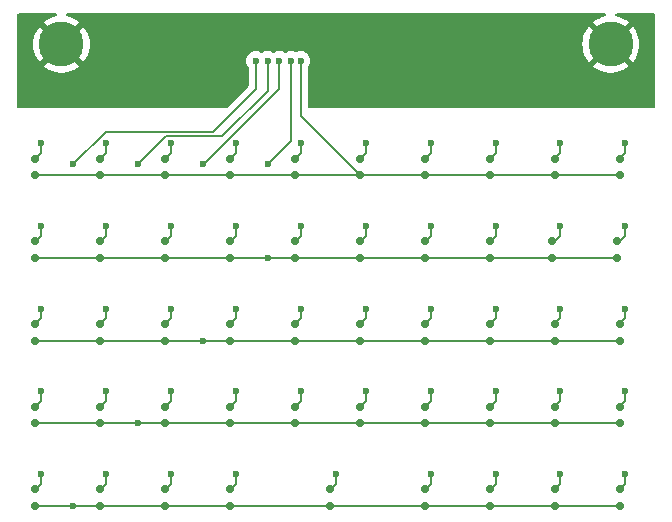
<source format=gbr>
%TF.GenerationSoftware,KiCad,Pcbnew,8.0.6-1.fc40*%
%TF.CreationDate,2025-02-15T15:48:19+01:00*%
%TF.ProjectId,airMouse-keyboard,6169724d-6f75-4736-952d-6b6579626f61,RC1*%
%TF.SameCoordinates,Original*%
%TF.FileFunction,Copper,L2,Bot*%
%TF.FilePolarity,Positive*%
%FSLAX46Y46*%
G04 Gerber Fmt 4.6, Leading zero omitted, Abs format (unit mm)*
G04 Created by KiCad (PCBNEW 8.0.6-1.fc40) date 2025-02-15 15:48:19*
%MOMM*%
%LPD*%
G01*
G04 APERTURE LIST*
G04 Aperture macros list*
%AMRoundRect*
0 Rectangle with rounded corners*
0 $1 Rounding radius*
0 $2 $3 $4 $5 $6 $7 $8 $9 X,Y pos of 4 corners*
0 Add a 4 corners polygon primitive as box body*
4,1,4,$2,$3,$4,$5,$6,$7,$8,$9,$2,$3,0*
0 Add four circle primitives for the rounded corners*
1,1,$1+$1,$2,$3*
1,1,$1+$1,$4,$5*
1,1,$1+$1,$6,$7*
1,1,$1+$1,$8,$9*
0 Add four rect primitives between the rounded corners*
20,1,$1+$1,$2,$3,$4,$5,0*
20,1,$1+$1,$4,$5,$6,$7,0*
20,1,$1+$1,$6,$7,$8,$9,0*
20,1,$1+$1,$8,$9,$2,$3,0*%
G04 Aperture macros list end*
%TA.AperFunction,SMDPad,CuDef*%
%ADD10RoundRect,0.150000X-0.200000X0.150000X-0.200000X-0.150000X0.200000X-0.150000X0.200000X0.150000X0*%
%TD*%
%TA.AperFunction,ComponentPad*%
%ADD11C,3.800000*%
%TD*%
%TA.AperFunction,ViaPad*%
%ADD12C,0.600000*%
%TD*%
%TA.AperFunction,Conductor*%
%ADD13C,0.200000*%
%TD*%
G04 APERTURE END LIST*
D10*
%TO.P,D43,1,K*%
%TO.N,/ROW5*%
X98750000Y-116100000D03*
%TO.P,D43,2,A*%
%TO.N,Net-(D43-A)*%
X98750000Y-114700000D03*
%TD*%
%TO.P,D13,1,K*%
%TO.N,/ROW2*%
X98750000Y-95100000D03*
%TO.P,D13,2,A*%
%TO.N,Net-(D13-A)*%
X98750000Y-93700000D03*
%TD*%
%TO.P,D12,1,K*%
%TO.N,/ROW2*%
X93250000Y-95100000D03*
%TO.P,D12,2,A*%
%TO.N,Net-(D12-A)*%
X93250000Y-93700000D03*
%TD*%
D11*
%TO.P,H4,1,1*%
%TO.N,GND*%
X90000000Y-77000000D03*
%TD*%
%TO.P,H3,1,1*%
%TO.N,GND*%
X136500000Y-77000000D03*
%TD*%
D10*
%TO.P,D1,1,K*%
%TO.N,/ROW1*%
X87750000Y-88100000D03*
%TO.P,D1,2,A*%
%TO.N,Net-(D1-A)*%
X87750000Y-86700000D03*
%TD*%
%TO.P,D49,1,K*%
%TO.N,/ROW5*%
X137250000Y-116100000D03*
%TO.P,D49,2,A*%
%TO.N,Net-(D49-A)*%
X137250000Y-114700000D03*
%TD*%
%TO.P,D48,1,K*%
%TO.N,/ROW5*%
X131750000Y-116100000D03*
%TO.P,D48,2,A*%
%TO.N,Net-(D48-A)*%
X131750000Y-114700000D03*
%TD*%
%TO.P,D26,1,K*%
%TO.N,/ROW3*%
X115250000Y-102100000D03*
%TO.P,D26,2,A*%
%TO.N,Net-(D26-A)*%
X115250000Y-100700000D03*
%TD*%
%TO.P,D27,1,K*%
%TO.N,/ROW3*%
X120750000Y-102100000D03*
%TO.P,D27,2,A*%
%TO.N,Net-(D27-A)*%
X120750000Y-100700000D03*
%TD*%
%TO.P,D37,1,K*%
%TO.N,/ROW4*%
X120750000Y-109100000D03*
%TO.P,D37,2,A*%
%TO.N,Net-(D37-A)*%
X120750000Y-107700000D03*
%TD*%
%TO.P,D36,1,K*%
%TO.N,/ROW4*%
X115250000Y-109100000D03*
%TO.P,D36,2,A*%
%TO.N,Net-(D36-A)*%
X115250000Y-107700000D03*
%TD*%
%TO.P,D9,1,K*%
%TO.N,/ROW1*%
X131750000Y-88100000D03*
%TO.P,D9,2,A*%
%TO.N,Net-(D9-A)*%
X131750000Y-86700000D03*
%TD*%
%TO.P,D23,1,K*%
%TO.N,/ROW3*%
X98750000Y-102100000D03*
%TO.P,D23,2,A*%
%TO.N,Net-(D23-A)*%
X98750000Y-100700000D03*
%TD*%
%TO.P,D47,1,K*%
%TO.N,/ROW5*%
X126250000Y-116100000D03*
%TO.P,D47,2,A*%
%TO.N,Net-(D47-A)*%
X126250000Y-114700000D03*
%TD*%
%TO.P,D41,1,K*%
%TO.N,/ROW5*%
X87750000Y-116100000D03*
%TO.P,D41,2,A*%
%TO.N,Net-(D41-A)*%
X87750000Y-114700000D03*
%TD*%
%TO.P,D20,1,K*%
%TO.N,/ROW2*%
X137000000Y-95100000D03*
%TO.P,D20,2,A*%
%TO.N,Net-(D20-A)*%
X137000000Y-93700000D03*
%TD*%
%TO.P,D14,1,K*%
%TO.N,/ROW2*%
X104250000Y-95100000D03*
%TO.P,D14,2,A*%
%TO.N,Net-(D14-A)*%
X104250000Y-93700000D03*
%TD*%
%TO.P,D19,1,K*%
%TO.N,/ROW2*%
X131500000Y-95100000D03*
%TO.P,D19,2,A*%
%TO.N,Net-(D19-A)*%
X131500000Y-93700000D03*
%TD*%
%TO.P,D15,1,K*%
%TO.N,/ROW2*%
X109750000Y-95100000D03*
%TO.P,D15,2,A*%
%TO.N,Net-(D15-A)*%
X109750000Y-93700000D03*
%TD*%
%TO.P,D30,1,K*%
%TO.N,/ROW3*%
X137250000Y-102100000D03*
%TO.P,D30,2,A*%
%TO.N,Net-(D30-A)*%
X137250000Y-100700000D03*
%TD*%
%TO.P,D5,1,K*%
%TO.N,/ROW1*%
X109750000Y-88100000D03*
%TO.P,D5,2,A*%
%TO.N,Net-(D5-A)*%
X109750000Y-86700000D03*
%TD*%
%TO.P,D11,1,K*%
%TO.N,/ROW2*%
X87750000Y-95100000D03*
%TO.P,D11,2,A*%
%TO.N,Net-(D11-A)*%
X87750000Y-93700000D03*
%TD*%
%TO.P,D35,1,K*%
%TO.N,/ROW4*%
X109750000Y-109100000D03*
%TO.P,D35,2,A*%
%TO.N,Net-(D35-A)*%
X109750000Y-107700000D03*
%TD*%
%TO.P,D39,1,K*%
%TO.N,/ROW4*%
X131750000Y-109100000D03*
%TO.P,D39,2,A*%
%TO.N,Net-(D39-A)*%
X131750000Y-107700000D03*
%TD*%
%TO.P,D40,1,K*%
%TO.N,/ROW4*%
X137250000Y-109100000D03*
%TO.P,D40,2,A*%
%TO.N,Net-(D40-A)*%
X137250000Y-107700000D03*
%TD*%
%TO.P,D6,1,K*%
%TO.N,/ROW1*%
X115250000Y-88100000D03*
%TO.P,D6,2,A*%
%TO.N,Net-(D6-A)*%
X115250000Y-86700000D03*
%TD*%
%TO.P,D10,1,K*%
%TO.N,/ROW1*%
X137250000Y-88100000D03*
%TO.P,D10,2,A*%
%TO.N,Net-(D10-A)*%
X137250000Y-86700000D03*
%TD*%
%TO.P,D17,1,K*%
%TO.N,/ROW2*%
X120750000Y-95100000D03*
%TO.P,D17,2,A*%
%TO.N,Net-(D17-A)*%
X120750000Y-93700000D03*
%TD*%
%TO.P,D44,1,K*%
%TO.N,/ROW5*%
X104250000Y-116100000D03*
%TO.P,D44,2,A*%
%TO.N,Net-(D44-A)*%
X104250000Y-114700000D03*
%TD*%
%TO.P,D34,1,K*%
%TO.N,/ROW4*%
X104250000Y-109100000D03*
%TO.P,D34,2,A*%
%TO.N,Net-(D34-A)*%
X104250000Y-107700000D03*
%TD*%
%TO.P,D45,1,K*%
%TO.N,/ROW5*%
X112750000Y-116100000D03*
%TO.P,D45,2,A*%
%TO.N,Net-(D45-A)*%
X112750000Y-114700000D03*
%TD*%
%TO.P,D24,1,K*%
%TO.N,/ROW3*%
X104250000Y-102100000D03*
%TO.P,D24,2,A*%
%TO.N,Net-(D24-A)*%
X104250000Y-100700000D03*
%TD*%
%TO.P,D33,1,K*%
%TO.N,/ROW4*%
X98750000Y-109100000D03*
%TO.P,D33,2,A*%
%TO.N,Net-(D33-A)*%
X98750000Y-107700000D03*
%TD*%
%TO.P,D8,1,K*%
%TO.N,/ROW1*%
X126250000Y-88100000D03*
%TO.P,D8,2,A*%
%TO.N,Net-(D8-A)*%
X126250000Y-86700000D03*
%TD*%
%TO.P,D32,1,K*%
%TO.N,/ROW4*%
X93250000Y-109100000D03*
%TO.P,D32,2,A*%
%TO.N,Net-(D32-A)*%
X93250000Y-107700000D03*
%TD*%
%TO.P,D3,1,K*%
%TO.N,/ROW1*%
X98750000Y-88100000D03*
%TO.P,D3,2,A*%
%TO.N,Net-(D3-A)*%
X98750000Y-86700000D03*
%TD*%
%TO.P,D18,1,K*%
%TO.N,/ROW2*%
X126250000Y-95100000D03*
%TO.P,D18,2,A*%
%TO.N,Net-(D18-A)*%
X126250000Y-93700000D03*
%TD*%
%TO.P,D42,1,K*%
%TO.N,/ROW5*%
X93250000Y-116100000D03*
%TO.P,D42,2,A*%
%TO.N,Net-(D42-A)*%
X93250000Y-114700000D03*
%TD*%
%TO.P,D4,1,K*%
%TO.N,/ROW1*%
X104250000Y-88100000D03*
%TO.P,D4,2,A*%
%TO.N,Net-(D4-A)*%
X104250000Y-86700000D03*
%TD*%
%TO.P,D31,1,K*%
%TO.N,/ROW4*%
X87750000Y-109100000D03*
%TO.P,D31,2,A*%
%TO.N,Net-(D31-A)*%
X87750000Y-107700000D03*
%TD*%
%TO.P,D46,1,K*%
%TO.N,/ROW5*%
X120750000Y-116100000D03*
%TO.P,D46,2,A*%
%TO.N,Net-(D46-A)*%
X120750000Y-114700000D03*
%TD*%
%TO.P,D38,1,K*%
%TO.N,/ROW4*%
X126250000Y-109100000D03*
%TO.P,D38,2,A*%
%TO.N,Net-(D38-A)*%
X126250000Y-107700000D03*
%TD*%
%TO.P,D29,1,K*%
%TO.N,/ROW3*%
X131750000Y-102100000D03*
%TO.P,D29,2,A*%
%TO.N,Net-(D29-A)*%
X131750000Y-100700000D03*
%TD*%
%TO.P,D25,1,K*%
%TO.N,/ROW3*%
X109750000Y-102100000D03*
%TO.P,D25,2,A*%
%TO.N,Net-(D25-A)*%
X109750000Y-100700000D03*
%TD*%
%TO.P,D21,1,K*%
%TO.N,/ROW3*%
X87750000Y-102100000D03*
%TO.P,D21,2,A*%
%TO.N,Net-(D21-A)*%
X87750000Y-100700000D03*
%TD*%
%TO.P,D22,1,K*%
%TO.N,/ROW3*%
X93250000Y-102100000D03*
%TO.P,D22,2,A*%
%TO.N,Net-(D22-A)*%
X93250000Y-100700000D03*
%TD*%
%TO.P,D28,1,K*%
%TO.N,/ROW3*%
X126250000Y-102100000D03*
%TO.P,D28,2,A*%
%TO.N,Net-(D28-A)*%
X126250000Y-100700000D03*
%TD*%
%TO.P,D16,1,K*%
%TO.N,/ROW2*%
X115250000Y-95100000D03*
%TO.P,D16,2,A*%
%TO.N,Net-(D16-A)*%
X115250000Y-93700000D03*
%TD*%
%TO.P,D7,1,K*%
%TO.N,/ROW1*%
X120750000Y-88100000D03*
%TO.P,D7,2,A*%
%TO.N,Net-(D7-A)*%
X120750000Y-86700000D03*
%TD*%
%TO.P,D2,1,K*%
%TO.N,/ROW1*%
X93250000Y-88100000D03*
%TO.P,D2,2,A*%
%TO.N,Net-(D2-A)*%
X93250000Y-86700000D03*
%TD*%
D12*
%TO.N,/ROW5*%
X106450000Y-78400000D03*
%TO.N,/ROW4*%
X107450000Y-78400000D03*
%TO.N,/ROW3*%
X108450000Y-78400000D03*
%TO.N,/ROW2*%
X109450000Y-78400000D03*
%TO.N,/ROW1*%
X110250000Y-78400000D03*
%TO.N,GND*%
X139250000Y-81400000D03*
X139250000Y-80400000D03*
X139250000Y-79400000D03*
X139250000Y-78400000D03*
X139250000Y-77400000D03*
X139250000Y-76400000D03*
X139250000Y-75400000D03*
X87250000Y-81400000D03*
X87250000Y-80400000D03*
X87250000Y-79400000D03*
X87250000Y-78400000D03*
X87250000Y-77400000D03*
X87250000Y-76400000D03*
X87250000Y-75400000D03*
%TO.N,/ROW5*%
X91000000Y-87150000D03*
X91000000Y-116100000D03*
%TO.N,/ROW4*%
X96500000Y-87150000D03*
X96500000Y-109100000D03*
%TO.N,/ROW3*%
X102000000Y-87150000D03*
X102000000Y-102100000D03*
%TO.N,/ROW2*%
X107500000Y-87150000D03*
X107500000Y-95100000D03*
%TO.N,Net-(D1-A)*%
X88250000Y-85400000D03*
%TO.N,Net-(D2-A)*%
X93750000Y-85400000D03*
%TO.N,Net-(D3-A)*%
X99250000Y-85400000D03*
%TO.N,Net-(D4-A)*%
X104750000Y-85400000D03*
%TO.N,Net-(D5-A)*%
X110250000Y-85400000D03*
%TO.N,Net-(D6-A)*%
X115750000Y-85400000D03*
%TO.N,Net-(D7-A)*%
X121250000Y-85400000D03*
%TO.N,Net-(D8-A)*%
X126750000Y-85400000D03*
%TO.N,Net-(D9-A)*%
X132250000Y-85400000D03*
%TO.N,Net-(D10-A)*%
X137750000Y-85400000D03*
%TO.N,Net-(D11-A)*%
X88250000Y-92400000D03*
%TO.N,Net-(D12-A)*%
X93750000Y-92400000D03*
%TO.N,Net-(D13-A)*%
X99250000Y-92400000D03*
%TO.N,Net-(D14-A)*%
X104750000Y-92400000D03*
%TO.N,Net-(D15-A)*%
X110250000Y-92400000D03*
%TO.N,Net-(D16-A)*%
X115750000Y-92400000D03*
%TO.N,Net-(D17-A)*%
X121250000Y-92400000D03*
%TO.N,Net-(D18-A)*%
X126750000Y-92400000D03*
%TO.N,Net-(D19-A)*%
X132250000Y-92400000D03*
%TO.N,Net-(D20-A)*%
X137750000Y-92400000D03*
%TO.N,Net-(D21-A)*%
X88250000Y-99400000D03*
%TO.N,Net-(D22-A)*%
X93750000Y-99400000D03*
%TO.N,Net-(D23-A)*%
X99250000Y-99400000D03*
%TO.N,Net-(D24-A)*%
X104750000Y-99400000D03*
%TO.N,Net-(D25-A)*%
X110250000Y-99400000D03*
%TO.N,Net-(D26-A)*%
X115750000Y-99400000D03*
%TO.N,Net-(D27-A)*%
X121250000Y-99400000D03*
%TO.N,Net-(D28-A)*%
X126750000Y-99400000D03*
%TO.N,Net-(D29-A)*%
X132250000Y-99400000D03*
%TO.N,Net-(D30-A)*%
X137750000Y-99400000D03*
%TO.N,Net-(D31-A)*%
X88250000Y-106400000D03*
%TO.N,Net-(D32-A)*%
X93750000Y-106400000D03*
%TO.N,Net-(D33-A)*%
X99250000Y-106400000D03*
%TO.N,Net-(D34-A)*%
X104750000Y-106400000D03*
%TO.N,Net-(D35-A)*%
X110250000Y-106400000D03*
%TO.N,Net-(D36-A)*%
X115750000Y-106400000D03*
%TO.N,Net-(D37-A)*%
X121250000Y-106400000D03*
%TO.N,Net-(D38-A)*%
X126750000Y-106400000D03*
%TO.N,Net-(D39-A)*%
X132250000Y-106400000D03*
%TO.N,Net-(D40-A)*%
X137750000Y-106400000D03*
%TO.N,Net-(D41-A)*%
X88250000Y-113400000D03*
%TO.N,Net-(D42-A)*%
X93750000Y-113400000D03*
%TO.N,Net-(D43-A)*%
X99250000Y-113400000D03*
%TO.N,Net-(D44-A)*%
X104750000Y-113400000D03*
%TO.N,Net-(D45-A)*%
X113250000Y-113400000D03*
%TO.N,Net-(D46-A)*%
X121250000Y-113400000D03*
%TO.N,Net-(D47-A)*%
X126750000Y-113400000D03*
%TO.N,Net-(D48-A)*%
X132250000Y-113400000D03*
%TO.N,Net-(D49-A)*%
X137750000Y-113400000D03*
%TD*%
D13*
%TO.N,/ROW5*%
X91000000Y-87150000D02*
X93750000Y-84400000D01*
X93750000Y-84400000D02*
X102850000Y-84400000D01*
X102850000Y-84400000D02*
X106450000Y-80800000D01*
X106450000Y-80800000D02*
X106450000Y-78400000D01*
%TO.N,/ROW4*%
X107450000Y-78400000D02*
X107450000Y-80950000D01*
X107450000Y-80950000D02*
X103600000Y-84800000D01*
%TO.N,/ROW3*%
X108450000Y-78400000D02*
X108450000Y-80800000D01*
X108450000Y-80800000D02*
X102100000Y-87150000D01*
X102100000Y-87150000D02*
X102000000Y-87150000D01*
%TO.N,/ROW2*%
X109450000Y-78400000D02*
X109450000Y-85200000D01*
X109450000Y-85200000D02*
X107500000Y-87150000D01*
%TO.N,/ROW1*%
X110250000Y-78400000D02*
X110250000Y-83100000D01*
X110250000Y-83100000D02*
X115250000Y-88100000D01*
%TO.N,/ROW5*%
X91000000Y-116100000D02*
X87750000Y-116100000D01*
X137250000Y-116100000D02*
X91000000Y-116100000D01*
%TO.N,/ROW4*%
X103600000Y-84800000D02*
X98850000Y-84800000D01*
X98850000Y-84800000D02*
X96500000Y-87150000D01*
X96500000Y-109100000D02*
X137250000Y-109100000D01*
X87750000Y-109100000D02*
X96500000Y-109100000D01*
%TO.N,/ROW3*%
X137250000Y-102100000D02*
X102000000Y-102100000D01*
X102000000Y-102100000D02*
X87750000Y-102100000D01*
%TO.N,/ROW2*%
X87750000Y-95100000D02*
X107500000Y-95100000D01*
X107500000Y-95100000D02*
X137250000Y-95100000D01*
%TO.N,Net-(D1-A)*%
X88250000Y-85400000D02*
X88250000Y-86200000D01*
X88250000Y-86200000D02*
X87750000Y-86700000D01*
%TO.N,Net-(D2-A)*%
X93750000Y-86200000D02*
X93250000Y-86700000D01*
X93750000Y-85400000D02*
X93750000Y-86200000D01*
%TO.N,Net-(D3-A)*%
X99250000Y-85400000D02*
X99250000Y-86200000D01*
X99250000Y-86200000D02*
X98750000Y-86700000D01*
%TO.N,Net-(D4-A)*%
X104750000Y-85400000D02*
X104750000Y-86200000D01*
X104750000Y-86200000D02*
X104250000Y-86700000D01*
%TO.N,Net-(D5-A)*%
X110250000Y-86200000D02*
X109750000Y-86700000D01*
X110250000Y-85400000D02*
X110250000Y-86200000D01*
%TO.N,Net-(D6-A)*%
X115750000Y-86200000D02*
X115250000Y-86700000D01*
X115750000Y-85400000D02*
X115750000Y-86200000D01*
%TO.N,Net-(D7-A)*%
X121250000Y-86200000D02*
X120750000Y-86700000D01*
X121250000Y-85400000D02*
X121250000Y-86200000D01*
%TO.N,Net-(D8-A)*%
X126750000Y-85400000D02*
X126750000Y-86200000D01*
X126750000Y-86200000D02*
X126250000Y-86700000D01*
%TO.N,Net-(D9-A)*%
X132250000Y-85400000D02*
X132250000Y-86200000D01*
X132250000Y-86200000D02*
X131750000Y-86700000D01*
%TO.N,Net-(D10-A)*%
X137750000Y-85400000D02*
X137750000Y-86200000D01*
X137750000Y-86200000D02*
X137250000Y-86700000D01*
%TO.N,Net-(D11-A)*%
X88250000Y-92400000D02*
X88250000Y-93200000D01*
X88250000Y-93200000D02*
X87750000Y-93700000D01*
%TO.N,Net-(D12-A)*%
X93750000Y-93200000D02*
X93250000Y-93700000D01*
X93750000Y-92400000D02*
X93750000Y-93200000D01*
%TO.N,Net-(D13-A)*%
X99250000Y-92400000D02*
X99250000Y-93200000D01*
X99250000Y-93200000D02*
X98750000Y-93700000D01*
%TO.N,Net-(D14-A)*%
X104750000Y-93200000D02*
X104250000Y-93700000D01*
X104750000Y-92400000D02*
X104750000Y-93200000D01*
%TO.N,Net-(D15-A)*%
X110250000Y-92400000D02*
X110250000Y-93200000D01*
X110250000Y-93200000D02*
X109750000Y-93700000D01*
%TO.N,Net-(D16-A)*%
X115750000Y-93200000D02*
X115250000Y-93700000D01*
X115750000Y-92400000D02*
X115750000Y-93200000D01*
%TO.N,Net-(D17-A)*%
X121250000Y-93200000D02*
X120750000Y-93700000D01*
X121250000Y-92400000D02*
X121250000Y-93200000D01*
%TO.N,Net-(D18-A)*%
X126750000Y-92400000D02*
X126750000Y-93200000D01*
X126750000Y-93200000D02*
X126250000Y-93700000D01*
%TO.N,Net-(D19-A)*%
X132250000Y-92400000D02*
X132250000Y-93200000D01*
X132250000Y-93200000D02*
X131750000Y-93700000D01*
%TO.N,Net-(D20-A)*%
X137750000Y-92400000D02*
X137750000Y-93200000D01*
X137750000Y-93200000D02*
X137250000Y-93700000D01*
%TO.N,Net-(D21-A)*%
X88250000Y-99400000D02*
X88250000Y-100200000D01*
X88250000Y-100200000D02*
X87750000Y-100700000D01*
%TO.N,Net-(D22-A)*%
X93750000Y-99400000D02*
X93750000Y-100200000D01*
X93750000Y-100200000D02*
X93250000Y-100700000D01*
%TO.N,Net-(D23-A)*%
X99250000Y-100200000D02*
X98750000Y-100700000D01*
X99250000Y-99400000D02*
X99250000Y-100200000D01*
%TO.N,Net-(D24-A)*%
X104750000Y-99400000D02*
X104750000Y-100200000D01*
X104750000Y-100200000D02*
X104250000Y-100700000D01*
%TO.N,Net-(D25-A)*%
X110250000Y-100200000D02*
X109750000Y-100700000D01*
X110250000Y-99400000D02*
X110250000Y-100200000D01*
%TO.N,Net-(D26-A)*%
X115750000Y-99400000D02*
X115750000Y-100200000D01*
X115750000Y-100200000D02*
X115250000Y-100700000D01*
%TO.N,Net-(D27-A)*%
X121250000Y-100200000D02*
X120750000Y-100700000D01*
X121250000Y-99400000D02*
X121250000Y-100200000D01*
%TO.N,Net-(D28-A)*%
X126750000Y-100200000D02*
X126250000Y-100700000D01*
X126750000Y-99400000D02*
X126750000Y-100200000D01*
%TO.N,Net-(D29-A)*%
X132250000Y-99400000D02*
X132250000Y-100200000D01*
X132250000Y-100200000D02*
X131750000Y-100700000D01*
%TO.N,Net-(D30-A)*%
X137750000Y-100200000D02*
X137250000Y-100700000D01*
X137750000Y-99400000D02*
X137750000Y-100200000D01*
%TO.N,Net-(D31-A)*%
X88250000Y-106400000D02*
X88250000Y-107200000D01*
X88250000Y-107200000D02*
X87750000Y-107700000D01*
%TO.N,Net-(D32-A)*%
X93750000Y-107200000D02*
X93250000Y-107700000D01*
X93750000Y-106400000D02*
X93750000Y-107200000D01*
%TO.N,Net-(D33-A)*%
X99250000Y-107200000D02*
X98750000Y-107700000D01*
X99250000Y-106400000D02*
X99250000Y-107200000D01*
%TO.N,Net-(D34-A)*%
X104750000Y-106400000D02*
X104750000Y-107200000D01*
X104750000Y-107200000D02*
X104250000Y-107700000D01*
%TO.N,Net-(D35-A)*%
X110250000Y-106400000D02*
X110250000Y-107200000D01*
X110250000Y-107200000D02*
X109750000Y-107700000D01*
%TO.N,Net-(D36-A)*%
X115750000Y-107200000D02*
X115250000Y-107700000D01*
X115750000Y-106400000D02*
X115750000Y-107200000D01*
%TO.N,Net-(D37-A)*%
X121250000Y-106400000D02*
X121250000Y-107200000D01*
X121250000Y-107200000D02*
X120750000Y-107700000D01*
%TO.N,Net-(D38-A)*%
X126750000Y-106400000D02*
X126750000Y-107200000D01*
X126750000Y-107200000D02*
X126250000Y-107700000D01*
%TO.N,Net-(D39-A)*%
X132250000Y-107200000D02*
X131750000Y-107700000D01*
X132250000Y-106400000D02*
X132250000Y-107200000D01*
%TO.N,Net-(D40-A)*%
X137750000Y-106400000D02*
X137750000Y-107200000D01*
X137750000Y-107200000D02*
X137250000Y-107700000D01*
%TO.N,Net-(D41-A)*%
X88250000Y-114200000D02*
X87750000Y-114700000D01*
X88250000Y-113400000D02*
X88250000Y-114200000D01*
%TO.N,Net-(D42-A)*%
X93750000Y-114200000D02*
X93250000Y-114700000D01*
X93750000Y-113400000D02*
X93750000Y-114200000D01*
%TO.N,Net-(D43-A)*%
X99250000Y-113400000D02*
X99250000Y-114200000D01*
X99250000Y-114200000D02*
X98750000Y-114700000D01*
%TO.N,Net-(D44-A)*%
X104750000Y-113400000D02*
X104750000Y-114200000D01*
X104750000Y-114200000D02*
X104250000Y-114700000D01*
%TO.N,Net-(D45-A)*%
X113250000Y-113400000D02*
X113250000Y-114200000D01*
X113250000Y-114200000D02*
X112750000Y-114700000D01*
%TO.N,Net-(D46-A)*%
X121250000Y-114200000D02*
X120750000Y-114700000D01*
X121250000Y-113400000D02*
X121250000Y-114200000D01*
%TO.N,Net-(D47-A)*%
X126750000Y-114200000D02*
X126250000Y-114700000D01*
X126750000Y-113400000D02*
X126750000Y-114200000D01*
%TO.N,Net-(D48-A)*%
X132250000Y-113400000D02*
X132250000Y-114200000D01*
X132250000Y-114200000D02*
X131750000Y-114700000D01*
%TO.N,Net-(D49-A)*%
X137750000Y-113400000D02*
X137750000Y-114200000D01*
X137750000Y-114200000D02*
X137250000Y-114700000D01*
%TO.N,/ROW1*%
X137250000Y-88100000D02*
X87750000Y-88100000D01*
%TD*%
%TA.AperFunction,Conductor*%
%TO.N,GND*%
G36*
X89561240Y-74419685D02*
G01*
X89606995Y-74472489D01*
X89616939Y-74541647D01*
X89587914Y-74605203D01*
X89529136Y-74642977D01*
X89525038Y-74644104D01*
X89256892Y-74712951D01*
X89256889Y-74712952D01*
X88976117Y-74824117D01*
X88976109Y-74824121D01*
X88711476Y-74969604D01*
X88711471Y-74969607D01*
X88486565Y-75133010D01*
X88486564Y-75133011D01*
X89417262Y-76063709D01*
X89283398Y-76160967D01*
X89160967Y-76283398D01*
X89063709Y-76417262D01*
X88135311Y-75488864D01*
X88054520Y-75586525D01*
X88054518Y-75586528D01*
X87892707Y-75841502D01*
X87892704Y-75841508D01*
X87764127Y-76114747D01*
X87764125Y-76114752D01*
X87670805Y-76401959D01*
X87614216Y-76698609D01*
X87614215Y-76698616D01*
X87595255Y-76999994D01*
X87595255Y-77000005D01*
X87614215Y-77301383D01*
X87614216Y-77301390D01*
X87670805Y-77598040D01*
X87764125Y-77885247D01*
X87764127Y-77885252D01*
X87892704Y-78158491D01*
X87892707Y-78158497D01*
X88054516Y-78413469D01*
X88135311Y-78511133D01*
X89063708Y-77582736D01*
X89160967Y-77716602D01*
X89283398Y-77839033D01*
X89417262Y-77936290D01*
X88486564Y-78866987D01*
X88486565Y-78866989D01*
X88711461Y-79030385D01*
X88711479Y-79030397D01*
X88976109Y-79175878D01*
X88976117Y-79175882D01*
X89256889Y-79287047D01*
X89256892Y-79287048D01*
X89549399Y-79362150D01*
X89848995Y-79399999D01*
X89849007Y-79400000D01*
X90150993Y-79400000D01*
X90151004Y-79399999D01*
X90450600Y-79362150D01*
X90743107Y-79287048D01*
X90743110Y-79287047D01*
X91023882Y-79175882D01*
X91023890Y-79175878D01*
X91288520Y-79030397D01*
X91288530Y-79030390D01*
X91513433Y-78866987D01*
X91513434Y-78866987D01*
X90582737Y-77936290D01*
X90716602Y-77839033D01*
X90839033Y-77716602D01*
X90936290Y-77582737D01*
X91864687Y-78511134D01*
X91945486Y-78413464D01*
X92107292Y-78158497D01*
X92107295Y-78158491D01*
X92235872Y-77885252D01*
X92235874Y-77885247D01*
X92329194Y-77598040D01*
X92385783Y-77301390D01*
X92385784Y-77301383D01*
X92404745Y-77000005D01*
X92404745Y-76999994D01*
X92385784Y-76698616D01*
X92385783Y-76698609D01*
X92329194Y-76401959D01*
X92235874Y-76114752D01*
X92235872Y-76114747D01*
X92107295Y-75841508D01*
X92107292Y-75841502D01*
X91945483Y-75586530D01*
X91864686Y-75488864D01*
X90936289Y-76417261D01*
X90839033Y-76283398D01*
X90716602Y-76160967D01*
X90582736Y-76063709D01*
X91513434Y-75133011D01*
X91513433Y-75133009D01*
X91288538Y-74969614D01*
X91288520Y-74969602D01*
X91023890Y-74824121D01*
X91023882Y-74824117D01*
X90743110Y-74712952D01*
X90743107Y-74712951D01*
X90474962Y-74644104D01*
X90414924Y-74608366D01*
X90383738Y-74545842D01*
X90391306Y-74476384D01*
X90435224Y-74422043D01*
X90501550Y-74400073D01*
X90505799Y-74400000D01*
X135994201Y-74400000D01*
X136061240Y-74419685D01*
X136106995Y-74472489D01*
X136116939Y-74541647D01*
X136087914Y-74605203D01*
X136029136Y-74642977D01*
X136025038Y-74644104D01*
X135756892Y-74712951D01*
X135756889Y-74712952D01*
X135476117Y-74824117D01*
X135476109Y-74824121D01*
X135211476Y-74969604D01*
X135211471Y-74969607D01*
X134986565Y-75133010D01*
X134986564Y-75133011D01*
X135917262Y-76063709D01*
X135783398Y-76160967D01*
X135660967Y-76283398D01*
X135563709Y-76417262D01*
X134635311Y-75488864D01*
X134554520Y-75586525D01*
X134554518Y-75586528D01*
X134392707Y-75841502D01*
X134392704Y-75841508D01*
X134264127Y-76114747D01*
X134264125Y-76114752D01*
X134170805Y-76401959D01*
X134114216Y-76698609D01*
X134114215Y-76698616D01*
X134095255Y-76999994D01*
X134095255Y-77000005D01*
X134114215Y-77301383D01*
X134114216Y-77301390D01*
X134170805Y-77598040D01*
X134264125Y-77885247D01*
X134264127Y-77885252D01*
X134392704Y-78158491D01*
X134392707Y-78158497D01*
X134554516Y-78413469D01*
X134635311Y-78511133D01*
X135563708Y-77582736D01*
X135660967Y-77716602D01*
X135783398Y-77839033D01*
X135917262Y-77936290D01*
X134986564Y-78866987D01*
X134986565Y-78866989D01*
X135211461Y-79030385D01*
X135211479Y-79030397D01*
X135476109Y-79175878D01*
X135476117Y-79175882D01*
X135756889Y-79287047D01*
X135756892Y-79287048D01*
X136049399Y-79362150D01*
X136348995Y-79399999D01*
X136349007Y-79400000D01*
X136650993Y-79400000D01*
X136651004Y-79399999D01*
X136950600Y-79362150D01*
X137243107Y-79287048D01*
X137243110Y-79287047D01*
X137523882Y-79175882D01*
X137523890Y-79175878D01*
X137788520Y-79030397D01*
X137788530Y-79030390D01*
X138013433Y-78866987D01*
X138013434Y-78866987D01*
X137082737Y-77936290D01*
X137216602Y-77839033D01*
X137339033Y-77716602D01*
X137436290Y-77582737D01*
X138364687Y-78511134D01*
X138445486Y-78413464D01*
X138607292Y-78158497D01*
X138607295Y-78158491D01*
X138735872Y-77885252D01*
X138735874Y-77885247D01*
X138829194Y-77598040D01*
X138885783Y-77301390D01*
X138885784Y-77301383D01*
X138904745Y-77000005D01*
X138904745Y-76999994D01*
X138885784Y-76698616D01*
X138885783Y-76698609D01*
X138829194Y-76401959D01*
X138735874Y-76114752D01*
X138735872Y-76114747D01*
X138607295Y-75841508D01*
X138607292Y-75841502D01*
X138445483Y-75586530D01*
X138364686Y-75488864D01*
X137436289Y-76417261D01*
X137339033Y-76283398D01*
X137216602Y-76160967D01*
X137082736Y-76063709D01*
X138013434Y-75133011D01*
X138013433Y-75133009D01*
X137788538Y-74969614D01*
X137788520Y-74969602D01*
X137523890Y-74824121D01*
X137523882Y-74824117D01*
X137243110Y-74712952D01*
X137243107Y-74712951D01*
X136974962Y-74644104D01*
X136914924Y-74608366D01*
X136883738Y-74545842D01*
X136891306Y-74476384D01*
X136935224Y-74422043D01*
X137001550Y-74400073D01*
X137005799Y-74400000D01*
X140126000Y-74400000D01*
X140193039Y-74419685D01*
X140238794Y-74472489D01*
X140250000Y-74524000D01*
X140250000Y-82276000D01*
X140230315Y-82343039D01*
X140177511Y-82388794D01*
X140126000Y-82400000D01*
X110974500Y-82400000D01*
X110907461Y-82380315D01*
X110861706Y-82327511D01*
X110850500Y-82276000D01*
X110850500Y-78982412D01*
X110870185Y-78915373D01*
X110877555Y-78905097D01*
X110879810Y-78902267D01*
X110879816Y-78902262D01*
X110975789Y-78749522D01*
X111035368Y-78579255D01*
X111035369Y-78579249D01*
X111055565Y-78400003D01*
X111055565Y-78399996D01*
X111035369Y-78220750D01*
X111035368Y-78220745D01*
X110993117Y-78100000D01*
X110975789Y-78050478D01*
X110879816Y-77897738D01*
X110752262Y-77770184D01*
X110666987Y-77716602D01*
X110599523Y-77674211D01*
X110429254Y-77614631D01*
X110429249Y-77614630D01*
X110250004Y-77594435D01*
X110249996Y-77594435D01*
X110070750Y-77614630D01*
X110070737Y-77614633D01*
X109893906Y-77676510D01*
X109893155Y-77674364D01*
X109834856Y-77683962D01*
X109806409Y-77675609D01*
X109806094Y-77676510D01*
X109629262Y-77614633D01*
X109629249Y-77614630D01*
X109450004Y-77594435D01*
X109449996Y-77594435D01*
X109270750Y-77614630D01*
X109270737Y-77614633D01*
X109100479Y-77674209D01*
X109015971Y-77727309D01*
X108948734Y-77746309D01*
X108884029Y-77727309D01*
X108799520Y-77674209D01*
X108629262Y-77614633D01*
X108629249Y-77614630D01*
X108450004Y-77594435D01*
X108449996Y-77594435D01*
X108270750Y-77614630D01*
X108270737Y-77614633D01*
X108100479Y-77674209D01*
X108015971Y-77727309D01*
X107948734Y-77746309D01*
X107884029Y-77727309D01*
X107799520Y-77674209D01*
X107629262Y-77614633D01*
X107629249Y-77614630D01*
X107450004Y-77594435D01*
X107449996Y-77594435D01*
X107270750Y-77614630D01*
X107270737Y-77614633D01*
X107100479Y-77674209D01*
X107015971Y-77727309D01*
X106948734Y-77746309D01*
X106884029Y-77727309D01*
X106799520Y-77674209D01*
X106629262Y-77614633D01*
X106629249Y-77614630D01*
X106450004Y-77594435D01*
X106449996Y-77594435D01*
X106270750Y-77614630D01*
X106270745Y-77614631D01*
X106100476Y-77674211D01*
X105947737Y-77770184D01*
X105820184Y-77897737D01*
X105724211Y-78050476D01*
X105664631Y-78220745D01*
X105664630Y-78220750D01*
X105644435Y-78399996D01*
X105644435Y-78400003D01*
X105664630Y-78579249D01*
X105664631Y-78579254D01*
X105724211Y-78749523D01*
X105784515Y-78845496D01*
X105798020Y-78866989D01*
X105820185Y-78902263D01*
X105822445Y-78905097D01*
X105823334Y-78907275D01*
X105823889Y-78908158D01*
X105823734Y-78908255D01*
X105848855Y-78969783D01*
X105849500Y-78982412D01*
X105849500Y-80499903D01*
X105829815Y-80566942D01*
X105813181Y-80587584D01*
X104037084Y-82363681D01*
X103975761Y-82397166D01*
X103949403Y-82400000D01*
X86374000Y-82400000D01*
X86306961Y-82380315D01*
X86261206Y-82327511D01*
X86250000Y-82276000D01*
X86250000Y-74524000D01*
X86269685Y-74456961D01*
X86322489Y-74411206D01*
X86374000Y-74400000D01*
X89494201Y-74400000D01*
X89561240Y-74419685D01*
G37*
%TD.AperFunction*%
%TD*%
M02*

</source>
